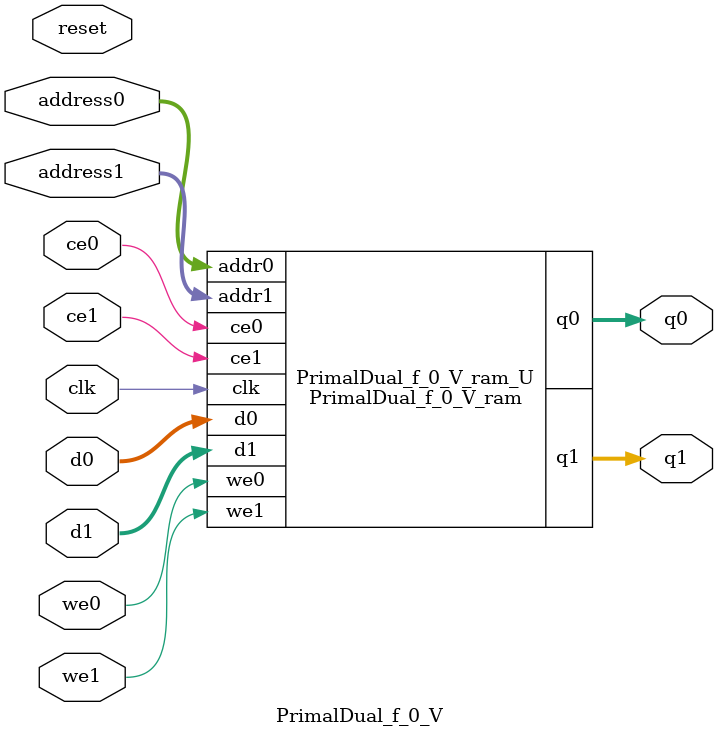
<source format=v>

`timescale 1 ns / 1 ps
module PrimalDual_f_0_V_ram (addr0, ce0, d0, we0, q0, addr1, ce1, d1, we1, q1,  clk);

parameter DWIDTH = 16;
parameter AWIDTH = 5;
parameter MEM_SIZE = 30;

input[AWIDTH-1:0] addr0;
input ce0;
input[DWIDTH-1:0] d0;
input we0;
output reg[DWIDTH-1:0] q0;
input[AWIDTH-1:0] addr1;
input ce1;
input[DWIDTH-1:0] d1;
input we1;
output reg[DWIDTH-1:0] q1;
input clk;

(* ram_style = "block" *)reg [DWIDTH-1:0] ram[0:MEM_SIZE-1];




always @(posedge clk)  
begin 
    if (ce0) 
    begin
        if (we0) 
        begin 
            ram[addr0] <= d0; 
            q0 <= d0;
        end 
        else 
            q0 <= ram[addr0];
    end
end


always @(posedge clk)  
begin 
    if (ce1) 
    begin
        if (we1) 
        begin 
            ram[addr1] <= d1; 
            q1 <= d1;
        end 
        else 
            q1 <= ram[addr1];
    end
end


endmodule


`timescale 1 ns / 1 ps
module PrimalDual_f_0_V(
    reset,
    clk,
    address0,
    ce0,
    we0,
    d0,
    q0,
    address1,
    ce1,
    we1,
    d1,
    q1);

parameter DataWidth = 32'd16;
parameter AddressRange = 32'd30;
parameter AddressWidth = 32'd5;
input reset;
input clk;
input[AddressWidth - 1:0] address0;
input ce0;
input we0;
input[DataWidth - 1:0] d0;
output[DataWidth - 1:0] q0;
input[AddressWidth - 1:0] address1;
input ce1;
input we1;
input[DataWidth - 1:0] d1;
output[DataWidth - 1:0] q1;



PrimalDual_f_0_V_ram PrimalDual_f_0_V_ram_U(
    .clk( clk ),
    .addr0( address0 ),
    .ce0( ce0 ),
    .we0( we0 ),
    .d0( d0 ),
    .q0( q0 ),
    .addr1( address1 ),
    .ce1( ce1 ),
    .we1( we1 ),
    .d1( d1 ),
    .q1( q1 ));

endmodule


</source>
